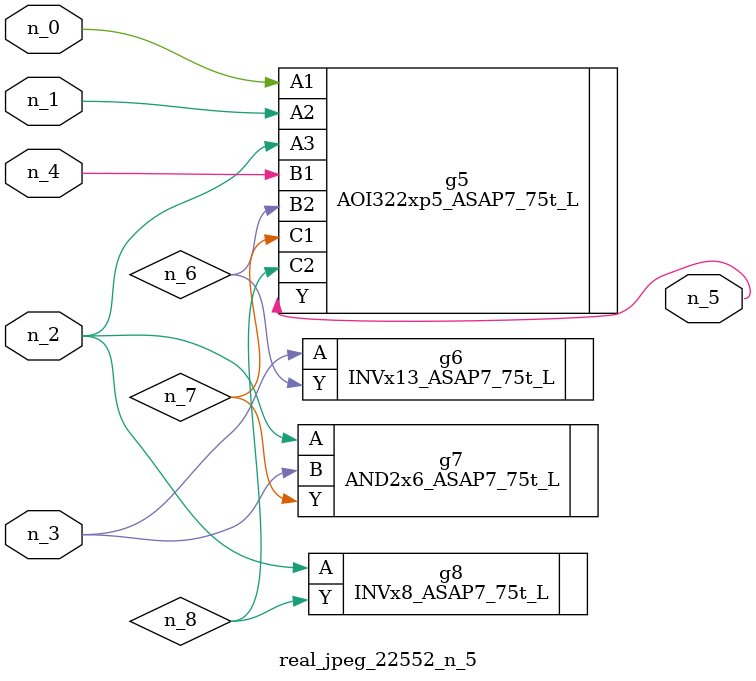
<source format=v>
module real_jpeg_22552_n_5 (n_4, n_0, n_1, n_2, n_3, n_5);

input n_4;
input n_0;
input n_1;
input n_2;
input n_3;

output n_5;

wire n_8;
wire n_6;
wire n_7;

AOI322xp5_ASAP7_75t_L g5 ( 
.A1(n_0),
.A2(n_1),
.A3(n_2),
.B1(n_4),
.B2(n_6),
.C1(n_7),
.C2(n_8),
.Y(n_5)
);

AND2x6_ASAP7_75t_L g7 ( 
.A(n_2),
.B(n_3),
.Y(n_7)
);

INVx8_ASAP7_75t_L g8 ( 
.A(n_2),
.Y(n_8)
);

INVx13_ASAP7_75t_L g6 ( 
.A(n_3),
.Y(n_6)
);


endmodule
</source>
